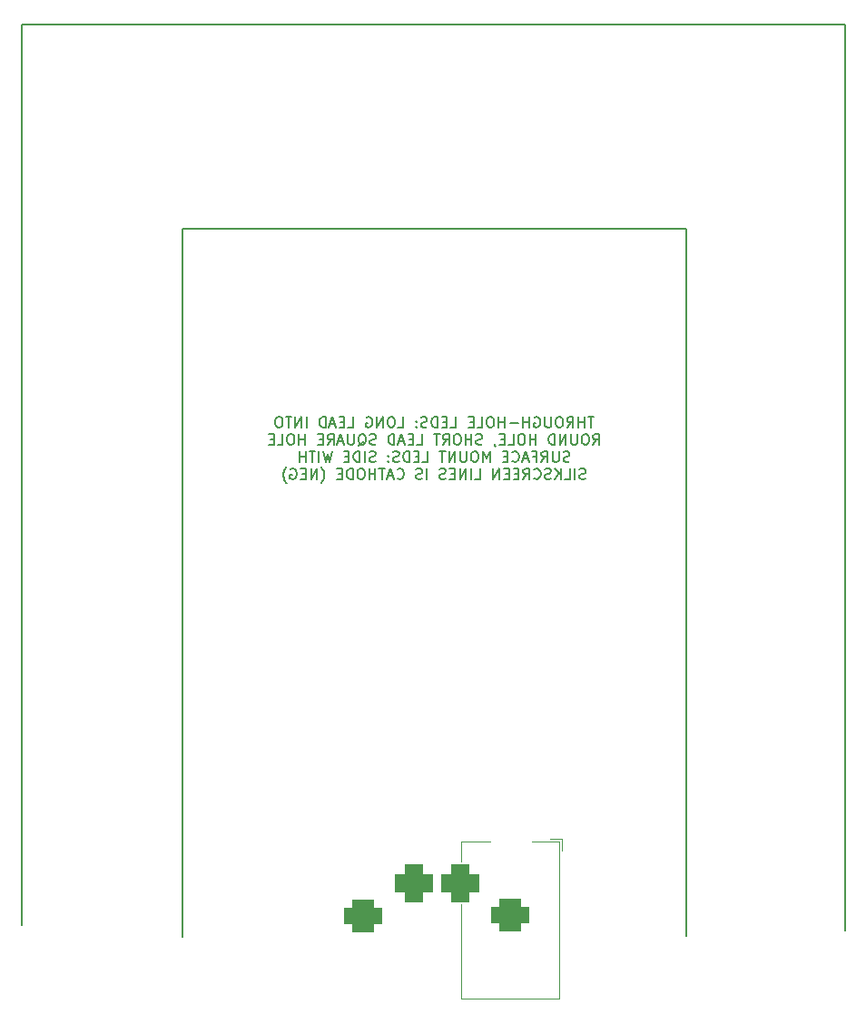
<source format=gbr>
%TF.GenerationSoftware,KiCad,Pcbnew,(6.0.11)*%
%TF.CreationDate,2023-06-08T13:50:34-05:00*%
%TF.ProjectId,LEDpanel,4c454470-616e-4656-9c2e-6b696361645f,rev?*%
%TF.SameCoordinates,Original*%
%TF.FileFunction,Legend,Bot*%
%TF.FilePolarity,Positive*%
%FSLAX46Y46*%
G04 Gerber Fmt 4.6, Leading zero omitted, Abs format (unit mm)*
G04 Created by KiCad (PCBNEW (6.0.11)) date 2023-06-08 13:50:34*
%MOMM*%
%LPD*%
G01*
G04 APERTURE LIST*
G04 Aperture macros list*
%AMRoundRect*
0 Rectangle with rounded corners*
0 $1 Rounding radius*
0 $2 $3 $4 $5 $6 $7 $8 $9 X,Y pos of 4 corners*
0 Add a 4 corners polygon primitive as box body*
4,1,4,$2,$3,$4,$5,$6,$7,$8,$9,$2,$3,0*
0 Add four circle primitives for the rounded corners*
1,1,$1+$1,$2,$3*
1,1,$1+$1,$4,$5*
1,1,$1+$1,$6,$7*
1,1,$1+$1,$8,$9*
0 Add four rect primitives between the rounded corners*
20,1,$1+$1,$2,$3,$4,$5,0*
20,1,$1+$1,$4,$5,$6,$7,0*
20,1,$1+$1,$6,$7,$8,$9,0*
20,1,$1+$1,$8,$9,$2,$3,0*%
G04 Aperture macros list end*
%ADD10C,0.150000*%
%ADD11C,0.120000*%
%ADD12R,1.800000X1.800000*%
%ADD13C,1.800000*%
%ADD14R,3.500000X3.500000*%
%ADD15RoundRect,0.750000X1.000000X-0.750000X1.000000X0.750000X-1.000000X0.750000X-1.000000X-0.750000X0*%
%ADD16RoundRect,0.875000X0.875000X-0.875000X0.875000X0.875000X-0.875000X0.875000X-0.875000X-0.875000X0*%
%ADD17C,3.200000*%
%ADD18C,4.000000*%
%ADD19R,2.600000X2.600000*%
%ADD20C,2.600000*%
%ADD21C,1.600000*%
%ADD22O,1.600000X1.600000*%
G04 APERTURE END LIST*
D10*
X114300000Y-124460000D02*
X114300000Y-40000000D01*
X37500000Y-40000000D02*
X114300000Y-40000000D01*
X37500000Y-40000000D02*
X37500000Y-123930000D01*
X99500000Y-125000000D02*
X99500000Y-59000000D01*
X52500000Y-59000000D02*
X99500000Y-59000000D01*
X52500000Y-59000000D02*
X52500000Y-125028000D01*
X90904761Y-76537380D02*
X90333333Y-76537380D01*
X90619047Y-77537380D02*
X90619047Y-76537380D01*
X90000000Y-77537380D02*
X90000000Y-76537380D01*
X90000000Y-77013571D02*
X89428571Y-77013571D01*
X89428571Y-77537380D02*
X89428571Y-76537380D01*
X88380952Y-77537380D02*
X88714285Y-77061190D01*
X88952380Y-77537380D02*
X88952380Y-76537380D01*
X88571428Y-76537380D01*
X88476190Y-76585000D01*
X88428571Y-76632619D01*
X88380952Y-76727857D01*
X88380952Y-76870714D01*
X88428571Y-76965952D01*
X88476190Y-77013571D01*
X88571428Y-77061190D01*
X88952380Y-77061190D01*
X87761904Y-76537380D02*
X87571428Y-76537380D01*
X87476190Y-76585000D01*
X87380952Y-76680238D01*
X87333333Y-76870714D01*
X87333333Y-77204047D01*
X87380952Y-77394523D01*
X87476190Y-77489761D01*
X87571428Y-77537380D01*
X87761904Y-77537380D01*
X87857142Y-77489761D01*
X87952380Y-77394523D01*
X88000000Y-77204047D01*
X88000000Y-76870714D01*
X87952380Y-76680238D01*
X87857142Y-76585000D01*
X87761904Y-76537380D01*
X86904761Y-76537380D02*
X86904761Y-77346904D01*
X86857142Y-77442142D01*
X86809523Y-77489761D01*
X86714285Y-77537380D01*
X86523809Y-77537380D01*
X86428571Y-77489761D01*
X86380952Y-77442142D01*
X86333333Y-77346904D01*
X86333333Y-76537380D01*
X85333333Y-76585000D02*
X85428571Y-76537380D01*
X85571428Y-76537380D01*
X85714285Y-76585000D01*
X85809523Y-76680238D01*
X85857142Y-76775476D01*
X85904761Y-76965952D01*
X85904761Y-77108809D01*
X85857142Y-77299285D01*
X85809523Y-77394523D01*
X85714285Y-77489761D01*
X85571428Y-77537380D01*
X85476190Y-77537380D01*
X85333333Y-77489761D01*
X85285714Y-77442142D01*
X85285714Y-77108809D01*
X85476190Y-77108809D01*
X84857142Y-77537380D02*
X84857142Y-76537380D01*
X84857142Y-77013571D02*
X84285714Y-77013571D01*
X84285714Y-77537380D02*
X84285714Y-76537380D01*
X83809523Y-77156428D02*
X83047619Y-77156428D01*
X82571428Y-77537380D02*
X82571428Y-76537380D01*
X82571428Y-77013571D02*
X82000000Y-77013571D01*
X82000000Y-77537380D02*
X82000000Y-76537380D01*
X81333333Y-76537380D02*
X81142857Y-76537380D01*
X81047619Y-76585000D01*
X80952380Y-76680238D01*
X80904761Y-76870714D01*
X80904761Y-77204047D01*
X80952380Y-77394523D01*
X81047619Y-77489761D01*
X81142857Y-77537380D01*
X81333333Y-77537380D01*
X81428571Y-77489761D01*
X81523809Y-77394523D01*
X81571428Y-77204047D01*
X81571428Y-76870714D01*
X81523809Y-76680238D01*
X81428571Y-76585000D01*
X81333333Y-76537380D01*
X80000000Y-77537380D02*
X80476190Y-77537380D01*
X80476190Y-76537380D01*
X79666666Y-77013571D02*
X79333333Y-77013571D01*
X79190476Y-77537380D02*
X79666666Y-77537380D01*
X79666666Y-76537380D01*
X79190476Y-76537380D01*
X77523809Y-77537380D02*
X78000000Y-77537380D01*
X78000000Y-76537380D01*
X77190476Y-77013571D02*
X76857142Y-77013571D01*
X76714285Y-77537380D02*
X77190476Y-77537380D01*
X77190476Y-76537380D01*
X76714285Y-76537380D01*
X76285714Y-77537380D02*
X76285714Y-76537380D01*
X76047619Y-76537380D01*
X75904761Y-76585000D01*
X75809523Y-76680238D01*
X75761904Y-76775476D01*
X75714285Y-76965952D01*
X75714285Y-77108809D01*
X75761904Y-77299285D01*
X75809523Y-77394523D01*
X75904761Y-77489761D01*
X76047619Y-77537380D01*
X76285714Y-77537380D01*
X75333333Y-77489761D02*
X75190476Y-77537380D01*
X74952380Y-77537380D01*
X74857142Y-77489761D01*
X74809523Y-77442142D01*
X74761904Y-77346904D01*
X74761904Y-77251666D01*
X74809523Y-77156428D01*
X74857142Y-77108809D01*
X74952380Y-77061190D01*
X75142857Y-77013571D01*
X75238095Y-76965952D01*
X75285714Y-76918333D01*
X75333333Y-76823095D01*
X75333333Y-76727857D01*
X75285714Y-76632619D01*
X75238095Y-76585000D01*
X75142857Y-76537380D01*
X74904761Y-76537380D01*
X74761904Y-76585000D01*
X74333333Y-77442142D02*
X74285714Y-77489761D01*
X74333333Y-77537380D01*
X74380952Y-77489761D01*
X74333333Y-77442142D01*
X74333333Y-77537380D01*
X74333333Y-76918333D02*
X74285714Y-76965952D01*
X74333333Y-77013571D01*
X74380952Y-76965952D01*
X74333333Y-76918333D01*
X74333333Y-77013571D01*
X72619047Y-77537380D02*
X73095238Y-77537380D01*
X73095238Y-76537380D01*
X72095238Y-76537380D02*
X71904761Y-76537380D01*
X71809523Y-76585000D01*
X71714285Y-76680238D01*
X71666666Y-76870714D01*
X71666666Y-77204047D01*
X71714285Y-77394523D01*
X71809523Y-77489761D01*
X71904761Y-77537380D01*
X72095238Y-77537380D01*
X72190476Y-77489761D01*
X72285714Y-77394523D01*
X72333333Y-77204047D01*
X72333333Y-76870714D01*
X72285714Y-76680238D01*
X72190476Y-76585000D01*
X72095238Y-76537380D01*
X71238095Y-77537380D02*
X71238095Y-76537380D01*
X70666666Y-77537380D01*
X70666666Y-76537380D01*
X69666666Y-76585000D02*
X69761904Y-76537380D01*
X69904761Y-76537380D01*
X70047619Y-76585000D01*
X70142857Y-76680238D01*
X70190476Y-76775476D01*
X70238095Y-76965952D01*
X70238095Y-77108809D01*
X70190476Y-77299285D01*
X70142857Y-77394523D01*
X70047619Y-77489761D01*
X69904761Y-77537380D01*
X69809523Y-77537380D01*
X69666666Y-77489761D01*
X69619047Y-77442142D01*
X69619047Y-77108809D01*
X69809523Y-77108809D01*
X67952380Y-77537380D02*
X68428571Y-77537380D01*
X68428571Y-76537380D01*
X67619047Y-77013571D02*
X67285714Y-77013571D01*
X67142857Y-77537380D02*
X67619047Y-77537380D01*
X67619047Y-76537380D01*
X67142857Y-76537380D01*
X66761904Y-77251666D02*
X66285714Y-77251666D01*
X66857142Y-77537380D02*
X66523809Y-76537380D01*
X66190476Y-77537380D01*
X65857142Y-77537380D02*
X65857142Y-76537380D01*
X65619047Y-76537380D01*
X65476190Y-76585000D01*
X65380952Y-76680238D01*
X65333333Y-76775476D01*
X65285714Y-76965952D01*
X65285714Y-77108809D01*
X65333333Y-77299285D01*
X65380952Y-77394523D01*
X65476190Y-77489761D01*
X65619047Y-77537380D01*
X65857142Y-77537380D01*
X64095238Y-77537380D02*
X64095238Y-76537380D01*
X63619047Y-77537380D02*
X63619047Y-76537380D01*
X63047619Y-77537380D01*
X63047619Y-76537380D01*
X62714285Y-76537380D02*
X62142857Y-76537380D01*
X62428571Y-77537380D02*
X62428571Y-76537380D01*
X61619047Y-76537380D02*
X61428571Y-76537380D01*
X61333333Y-76585000D01*
X61238095Y-76680238D01*
X61190476Y-76870714D01*
X61190476Y-77204047D01*
X61238095Y-77394523D01*
X61333333Y-77489761D01*
X61428571Y-77537380D01*
X61619047Y-77537380D01*
X61714285Y-77489761D01*
X61809523Y-77394523D01*
X61857142Y-77204047D01*
X61857142Y-76870714D01*
X61809523Y-76680238D01*
X61714285Y-76585000D01*
X61619047Y-76537380D01*
X90809523Y-79147380D02*
X91142857Y-78671190D01*
X91380952Y-79147380D02*
X91380952Y-78147380D01*
X91000000Y-78147380D01*
X90904761Y-78195000D01*
X90857142Y-78242619D01*
X90809523Y-78337857D01*
X90809523Y-78480714D01*
X90857142Y-78575952D01*
X90904761Y-78623571D01*
X91000000Y-78671190D01*
X91380952Y-78671190D01*
X90190476Y-78147380D02*
X90000000Y-78147380D01*
X89904761Y-78195000D01*
X89809523Y-78290238D01*
X89761904Y-78480714D01*
X89761904Y-78814047D01*
X89809523Y-79004523D01*
X89904761Y-79099761D01*
X90000000Y-79147380D01*
X90190476Y-79147380D01*
X90285714Y-79099761D01*
X90380952Y-79004523D01*
X90428571Y-78814047D01*
X90428571Y-78480714D01*
X90380952Y-78290238D01*
X90285714Y-78195000D01*
X90190476Y-78147380D01*
X89333333Y-78147380D02*
X89333333Y-78956904D01*
X89285714Y-79052142D01*
X89238095Y-79099761D01*
X89142857Y-79147380D01*
X88952380Y-79147380D01*
X88857142Y-79099761D01*
X88809523Y-79052142D01*
X88761904Y-78956904D01*
X88761904Y-78147380D01*
X88285714Y-79147380D02*
X88285714Y-78147380D01*
X87714285Y-79147380D01*
X87714285Y-78147380D01*
X87238095Y-79147380D02*
X87238095Y-78147380D01*
X87000000Y-78147380D01*
X86857142Y-78195000D01*
X86761904Y-78290238D01*
X86714285Y-78385476D01*
X86666666Y-78575952D01*
X86666666Y-78718809D01*
X86714285Y-78909285D01*
X86761904Y-79004523D01*
X86857142Y-79099761D01*
X87000000Y-79147380D01*
X87238095Y-79147380D01*
X85476190Y-79147380D02*
X85476190Y-78147380D01*
X85476190Y-78623571D02*
X84904761Y-78623571D01*
X84904761Y-79147380D02*
X84904761Y-78147380D01*
X84238095Y-78147380D02*
X84047619Y-78147380D01*
X83952380Y-78195000D01*
X83857142Y-78290238D01*
X83809523Y-78480714D01*
X83809523Y-78814047D01*
X83857142Y-79004523D01*
X83952380Y-79099761D01*
X84047619Y-79147380D01*
X84238095Y-79147380D01*
X84333333Y-79099761D01*
X84428571Y-79004523D01*
X84476190Y-78814047D01*
X84476190Y-78480714D01*
X84428571Y-78290238D01*
X84333333Y-78195000D01*
X84238095Y-78147380D01*
X82904761Y-79147380D02*
X83380952Y-79147380D01*
X83380952Y-78147380D01*
X82571428Y-78623571D02*
X82238095Y-78623571D01*
X82095238Y-79147380D02*
X82571428Y-79147380D01*
X82571428Y-78147380D01*
X82095238Y-78147380D01*
X81619047Y-79099761D02*
X81619047Y-79147380D01*
X81666666Y-79242619D01*
X81714285Y-79290238D01*
X80476190Y-79099761D02*
X80333333Y-79147380D01*
X80095238Y-79147380D01*
X80000000Y-79099761D01*
X79952380Y-79052142D01*
X79904761Y-78956904D01*
X79904761Y-78861666D01*
X79952380Y-78766428D01*
X80000000Y-78718809D01*
X80095238Y-78671190D01*
X80285714Y-78623571D01*
X80380952Y-78575952D01*
X80428571Y-78528333D01*
X80476190Y-78433095D01*
X80476190Y-78337857D01*
X80428571Y-78242619D01*
X80380952Y-78195000D01*
X80285714Y-78147380D01*
X80047619Y-78147380D01*
X79904761Y-78195000D01*
X79476190Y-79147380D02*
X79476190Y-78147380D01*
X79476190Y-78623571D02*
X78904761Y-78623571D01*
X78904761Y-79147380D02*
X78904761Y-78147380D01*
X78238095Y-78147380D02*
X78047619Y-78147380D01*
X77952380Y-78195000D01*
X77857142Y-78290238D01*
X77809523Y-78480714D01*
X77809523Y-78814047D01*
X77857142Y-79004523D01*
X77952380Y-79099761D01*
X78047619Y-79147380D01*
X78238095Y-79147380D01*
X78333333Y-79099761D01*
X78428571Y-79004523D01*
X78476190Y-78814047D01*
X78476190Y-78480714D01*
X78428571Y-78290238D01*
X78333333Y-78195000D01*
X78238095Y-78147380D01*
X76809523Y-79147380D02*
X77142857Y-78671190D01*
X77380952Y-79147380D02*
X77380952Y-78147380D01*
X77000000Y-78147380D01*
X76904761Y-78195000D01*
X76857142Y-78242619D01*
X76809523Y-78337857D01*
X76809523Y-78480714D01*
X76857142Y-78575952D01*
X76904761Y-78623571D01*
X77000000Y-78671190D01*
X77380952Y-78671190D01*
X76523809Y-78147380D02*
X75952380Y-78147380D01*
X76238095Y-79147380D02*
X76238095Y-78147380D01*
X74380952Y-79147380D02*
X74857142Y-79147380D01*
X74857142Y-78147380D01*
X74047619Y-78623571D02*
X73714285Y-78623571D01*
X73571428Y-79147380D02*
X74047619Y-79147380D01*
X74047619Y-78147380D01*
X73571428Y-78147380D01*
X73190476Y-78861666D02*
X72714285Y-78861666D01*
X73285714Y-79147380D02*
X72952380Y-78147380D01*
X72619047Y-79147380D01*
X72285714Y-79147380D02*
X72285714Y-78147380D01*
X72047619Y-78147380D01*
X71904761Y-78195000D01*
X71809523Y-78290238D01*
X71761904Y-78385476D01*
X71714285Y-78575952D01*
X71714285Y-78718809D01*
X71761904Y-78909285D01*
X71809523Y-79004523D01*
X71904761Y-79099761D01*
X72047619Y-79147380D01*
X72285714Y-79147380D01*
X70571428Y-79099761D02*
X70428571Y-79147380D01*
X70190476Y-79147380D01*
X70095238Y-79099761D01*
X70047619Y-79052142D01*
X70000000Y-78956904D01*
X70000000Y-78861666D01*
X70047619Y-78766428D01*
X70095238Y-78718809D01*
X70190476Y-78671190D01*
X70380952Y-78623571D01*
X70476190Y-78575952D01*
X70523809Y-78528333D01*
X70571428Y-78433095D01*
X70571428Y-78337857D01*
X70523809Y-78242619D01*
X70476190Y-78195000D01*
X70380952Y-78147380D01*
X70142857Y-78147380D01*
X70000000Y-78195000D01*
X68904761Y-79242619D02*
X69000000Y-79195000D01*
X69095238Y-79099761D01*
X69238095Y-78956904D01*
X69333333Y-78909285D01*
X69428571Y-78909285D01*
X69380952Y-79147380D02*
X69476190Y-79099761D01*
X69571428Y-79004523D01*
X69619047Y-78814047D01*
X69619047Y-78480714D01*
X69571428Y-78290238D01*
X69476190Y-78195000D01*
X69380952Y-78147380D01*
X69190476Y-78147380D01*
X69095238Y-78195000D01*
X69000000Y-78290238D01*
X68952380Y-78480714D01*
X68952380Y-78814047D01*
X69000000Y-79004523D01*
X69095238Y-79099761D01*
X69190476Y-79147380D01*
X69380952Y-79147380D01*
X68523809Y-78147380D02*
X68523809Y-78956904D01*
X68476190Y-79052142D01*
X68428571Y-79099761D01*
X68333333Y-79147380D01*
X68142857Y-79147380D01*
X68047619Y-79099761D01*
X68000000Y-79052142D01*
X67952380Y-78956904D01*
X67952380Y-78147380D01*
X67523809Y-78861666D02*
X67047619Y-78861666D01*
X67619047Y-79147380D02*
X67285714Y-78147380D01*
X66952380Y-79147380D01*
X66047619Y-79147380D02*
X66380952Y-78671190D01*
X66619047Y-79147380D02*
X66619047Y-78147380D01*
X66238095Y-78147380D01*
X66142857Y-78195000D01*
X66095238Y-78242619D01*
X66047619Y-78337857D01*
X66047619Y-78480714D01*
X66095238Y-78575952D01*
X66142857Y-78623571D01*
X66238095Y-78671190D01*
X66619047Y-78671190D01*
X65619047Y-78623571D02*
X65285714Y-78623571D01*
X65142857Y-79147380D02*
X65619047Y-79147380D01*
X65619047Y-78147380D01*
X65142857Y-78147380D01*
X63952380Y-79147380D02*
X63952380Y-78147380D01*
X63952380Y-78623571D02*
X63380952Y-78623571D01*
X63380952Y-79147380D02*
X63380952Y-78147380D01*
X62714285Y-78147380D02*
X62523809Y-78147380D01*
X62428571Y-78195000D01*
X62333333Y-78290238D01*
X62285714Y-78480714D01*
X62285714Y-78814047D01*
X62333333Y-79004523D01*
X62428571Y-79099761D01*
X62523809Y-79147380D01*
X62714285Y-79147380D01*
X62809523Y-79099761D01*
X62904761Y-79004523D01*
X62952380Y-78814047D01*
X62952380Y-78480714D01*
X62904761Y-78290238D01*
X62809523Y-78195000D01*
X62714285Y-78147380D01*
X61380952Y-79147380D02*
X61857142Y-79147380D01*
X61857142Y-78147380D01*
X61047619Y-78623571D02*
X60714285Y-78623571D01*
X60571428Y-79147380D02*
X61047619Y-79147380D01*
X61047619Y-78147380D01*
X60571428Y-78147380D01*
X88619047Y-80709761D02*
X88476190Y-80757380D01*
X88238095Y-80757380D01*
X88142857Y-80709761D01*
X88095238Y-80662142D01*
X88047619Y-80566904D01*
X88047619Y-80471666D01*
X88095238Y-80376428D01*
X88142857Y-80328809D01*
X88238095Y-80281190D01*
X88428571Y-80233571D01*
X88523809Y-80185952D01*
X88571428Y-80138333D01*
X88619047Y-80043095D01*
X88619047Y-79947857D01*
X88571428Y-79852619D01*
X88523809Y-79805000D01*
X88428571Y-79757380D01*
X88190476Y-79757380D01*
X88047619Y-79805000D01*
X87619047Y-79757380D02*
X87619047Y-80566904D01*
X87571428Y-80662142D01*
X87523809Y-80709761D01*
X87428571Y-80757380D01*
X87238095Y-80757380D01*
X87142857Y-80709761D01*
X87095238Y-80662142D01*
X87047619Y-80566904D01*
X87047619Y-79757380D01*
X86000000Y-80757380D02*
X86333333Y-80281190D01*
X86571428Y-80757380D02*
X86571428Y-79757380D01*
X86190476Y-79757380D01*
X86095238Y-79805000D01*
X86047619Y-79852619D01*
X86000000Y-79947857D01*
X86000000Y-80090714D01*
X86047619Y-80185952D01*
X86095238Y-80233571D01*
X86190476Y-80281190D01*
X86571428Y-80281190D01*
X85238095Y-80233571D02*
X85571428Y-80233571D01*
X85571428Y-80757380D02*
X85571428Y-79757380D01*
X85095238Y-79757380D01*
X84761904Y-80471666D02*
X84285714Y-80471666D01*
X84857142Y-80757380D02*
X84523809Y-79757380D01*
X84190476Y-80757380D01*
X83285714Y-80662142D02*
X83333333Y-80709761D01*
X83476190Y-80757380D01*
X83571428Y-80757380D01*
X83714285Y-80709761D01*
X83809523Y-80614523D01*
X83857142Y-80519285D01*
X83904761Y-80328809D01*
X83904761Y-80185952D01*
X83857142Y-79995476D01*
X83809523Y-79900238D01*
X83714285Y-79805000D01*
X83571428Y-79757380D01*
X83476190Y-79757380D01*
X83333333Y-79805000D01*
X83285714Y-79852619D01*
X82857142Y-80233571D02*
X82523809Y-80233571D01*
X82380952Y-80757380D02*
X82857142Y-80757380D01*
X82857142Y-79757380D01*
X82380952Y-79757380D01*
X81190476Y-80757380D02*
X81190476Y-79757380D01*
X80857142Y-80471666D01*
X80523809Y-79757380D01*
X80523809Y-80757380D01*
X79857142Y-79757380D02*
X79666666Y-79757380D01*
X79571428Y-79805000D01*
X79476190Y-79900238D01*
X79428571Y-80090714D01*
X79428571Y-80424047D01*
X79476190Y-80614523D01*
X79571428Y-80709761D01*
X79666666Y-80757380D01*
X79857142Y-80757380D01*
X79952380Y-80709761D01*
X80047619Y-80614523D01*
X80095238Y-80424047D01*
X80095238Y-80090714D01*
X80047619Y-79900238D01*
X79952380Y-79805000D01*
X79857142Y-79757380D01*
X79000000Y-79757380D02*
X79000000Y-80566904D01*
X78952380Y-80662142D01*
X78904761Y-80709761D01*
X78809523Y-80757380D01*
X78619047Y-80757380D01*
X78523809Y-80709761D01*
X78476190Y-80662142D01*
X78428571Y-80566904D01*
X78428571Y-79757380D01*
X77952380Y-80757380D02*
X77952380Y-79757380D01*
X77380952Y-80757380D01*
X77380952Y-79757380D01*
X77047619Y-79757380D02*
X76476190Y-79757380D01*
X76761904Y-80757380D02*
X76761904Y-79757380D01*
X74904761Y-80757380D02*
X75380952Y-80757380D01*
X75380952Y-79757380D01*
X74571428Y-80233571D02*
X74238095Y-80233571D01*
X74095238Y-80757380D02*
X74571428Y-80757380D01*
X74571428Y-79757380D01*
X74095238Y-79757380D01*
X73666666Y-80757380D02*
X73666666Y-79757380D01*
X73428571Y-79757380D01*
X73285714Y-79805000D01*
X73190476Y-79900238D01*
X73142857Y-79995476D01*
X73095238Y-80185952D01*
X73095238Y-80328809D01*
X73142857Y-80519285D01*
X73190476Y-80614523D01*
X73285714Y-80709761D01*
X73428571Y-80757380D01*
X73666666Y-80757380D01*
X72714285Y-80709761D02*
X72571428Y-80757380D01*
X72333333Y-80757380D01*
X72238095Y-80709761D01*
X72190476Y-80662142D01*
X72142857Y-80566904D01*
X72142857Y-80471666D01*
X72190476Y-80376428D01*
X72238095Y-80328809D01*
X72333333Y-80281190D01*
X72523809Y-80233571D01*
X72619047Y-80185952D01*
X72666666Y-80138333D01*
X72714285Y-80043095D01*
X72714285Y-79947857D01*
X72666666Y-79852619D01*
X72619047Y-79805000D01*
X72523809Y-79757380D01*
X72285714Y-79757380D01*
X72142857Y-79805000D01*
X71714285Y-80662142D02*
X71666666Y-80709761D01*
X71714285Y-80757380D01*
X71761904Y-80709761D01*
X71714285Y-80662142D01*
X71714285Y-80757380D01*
X71714285Y-80138333D02*
X71666666Y-80185952D01*
X71714285Y-80233571D01*
X71761904Y-80185952D01*
X71714285Y-80138333D01*
X71714285Y-80233571D01*
X70523809Y-80709761D02*
X70380952Y-80757380D01*
X70142857Y-80757380D01*
X70047619Y-80709761D01*
X70000000Y-80662142D01*
X69952380Y-80566904D01*
X69952380Y-80471666D01*
X70000000Y-80376428D01*
X70047619Y-80328809D01*
X70142857Y-80281190D01*
X70333333Y-80233571D01*
X70428571Y-80185952D01*
X70476190Y-80138333D01*
X70523809Y-80043095D01*
X70523809Y-79947857D01*
X70476190Y-79852619D01*
X70428571Y-79805000D01*
X70333333Y-79757380D01*
X70095238Y-79757380D01*
X69952380Y-79805000D01*
X69523809Y-80757380D02*
X69523809Y-79757380D01*
X69047619Y-80757380D02*
X69047619Y-79757380D01*
X68809523Y-79757380D01*
X68666666Y-79805000D01*
X68571428Y-79900238D01*
X68523809Y-79995476D01*
X68476190Y-80185952D01*
X68476190Y-80328809D01*
X68523809Y-80519285D01*
X68571428Y-80614523D01*
X68666666Y-80709761D01*
X68809523Y-80757380D01*
X69047619Y-80757380D01*
X68047619Y-80233571D02*
X67714285Y-80233571D01*
X67571428Y-80757380D02*
X68047619Y-80757380D01*
X68047619Y-79757380D01*
X67571428Y-79757380D01*
X66476190Y-79757380D02*
X66238095Y-80757380D01*
X66047619Y-80043095D01*
X65857142Y-80757380D01*
X65619047Y-79757380D01*
X65238095Y-80757380D02*
X65238095Y-79757380D01*
X64904761Y-79757380D02*
X64333333Y-79757380D01*
X64619047Y-80757380D02*
X64619047Y-79757380D01*
X64000000Y-80757380D02*
X64000000Y-79757380D01*
X64000000Y-80233571D02*
X63428571Y-80233571D01*
X63428571Y-80757380D02*
X63428571Y-79757380D01*
X90119047Y-82319761D02*
X89976190Y-82367380D01*
X89738095Y-82367380D01*
X89642857Y-82319761D01*
X89595238Y-82272142D01*
X89547619Y-82176904D01*
X89547619Y-82081666D01*
X89595238Y-81986428D01*
X89642857Y-81938809D01*
X89738095Y-81891190D01*
X89928571Y-81843571D01*
X90023809Y-81795952D01*
X90071428Y-81748333D01*
X90119047Y-81653095D01*
X90119047Y-81557857D01*
X90071428Y-81462619D01*
X90023809Y-81415000D01*
X89928571Y-81367380D01*
X89690476Y-81367380D01*
X89547619Y-81415000D01*
X89119047Y-82367380D02*
X89119047Y-81367380D01*
X88166666Y-82367380D02*
X88642857Y-82367380D01*
X88642857Y-81367380D01*
X87833333Y-82367380D02*
X87833333Y-81367380D01*
X87261904Y-82367380D02*
X87690476Y-81795952D01*
X87261904Y-81367380D02*
X87833333Y-81938809D01*
X86880952Y-82319761D02*
X86738095Y-82367380D01*
X86500000Y-82367380D01*
X86404761Y-82319761D01*
X86357142Y-82272142D01*
X86309523Y-82176904D01*
X86309523Y-82081666D01*
X86357142Y-81986428D01*
X86404761Y-81938809D01*
X86500000Y-81891190D01*
X86690476Y-81843571D01*
X86785714Y-81795952D01*
X86833333Y-81748333D01*
X86880952Y-81653095D01*
X86880952Y-81557857D01*
X86833333Y-81462619D01*
X86785714Y-81415000D01*
X86690476Y-81367380D01*
X86452380Y-81367380D01*
X86309523Y-81415000D01*
X85309523Y-82272142D02*
X85357142Y-82319761D01*
X85500000Y-82367380D01*
X85595238Y-82367380D01*
X85738095Y-82319761D01*
X85833333Y-82224523D01*
X85880952Y-82129285D01*
X85928571Y-81938809D01*
X85928571Y-81795952D01*
X85880952Y-81605476D01*
X85833333Y-81510238D01*
X85738095Y-81415000D01*
X85595238Y-81367380D01*
X85500000Y-81367380D01*
X85357142Y-81415000D01*
X85309523Y-81462619D01*
X84309523Y-82367380D02*
X84642857Y-81891190D01*
X84880952Y-82367380D02*
X84880952Y-81367380D01*
X84500000Y-81367380D01*
X84404761Y-81415000D01*
X84357142Y-81462619D01*
X84309523Y-81557857D01*
X84309523Y-81700714D01*
X84357142Y-81795952D01*
X84404761Y-81843571D01*
X84500000Y-81891190D01*
X84880952Y-81891190D01*
X83880952Y-81843571D02*
X83547619Y-81843571D01*
X83404761Y-82367380D02*
X83880952Y-82367380D01*
X83880952Y-81367380D01*
X83404761Y-81367380D01*
X82976190Y-81843571D02*
X82642857Y-81843571D01*
X82500000Y-82367380D02*
X82976190Y-82367380D01*
X82976190Y-81367380D01*
X82500000Y-81367380D01*
X82071428Y-82367380D02*
X82071428Y-81367380D01*
X81500000Y-82367380D01*
X81500000Y-81367380D01*
X79785714Y-82367380D02*
X80261904Y-82367380D01*
X80261904Y-81367380D01*
X79452380Y-82367380D02*
X79452380Y-81367380D01*
X78976190Y-82367380D02*
X78976190Y-81367380D01*
X78404761Y-82367380D01*
X78404761Y-81367380D01*
X77928571Y-81843571D02*
X77595238Y-81843571D01*
X77452380Y-82367380D02*
X77928571Y-82367380D01*
X77928571Y-81367380D01*
X77452380Y-81367380D01*
X77071428Y-82319761D02*
X76928571Y-82367380D01*
X76690476Y-82367380D01*
X76595238Y-82319761D01*
X76547619Y-82272142D01*
X76500000Y-82176904D01*
X76500000Y-82081666D01*
X76547619Y-81986428D01*
X76595238Y-81938809D01*
X76690476Y-81891190D01*
X76880952Y-81843571D01*
X76976190Y-81795952D01*
X77023809Y-81748333D01*
X77071428Y-81653095D01*
X77071428Y-81557857D01*
X77023809Y-81462619D01*
X76976190Y-81415000D01*
X76880952Y-81367380D01*
X76642857Y-81367380D01*
X76500000Y-81415000D01*
X75309523Y-82367380D02*
X75309523Y-81367380D01*
X74880952Y-82319761D02*
X74738095Y-82367380D01*
X74500000Y-82367380D01*
X74404761Y-82319761D01*
X74357142Y-82272142D01*
X74309523Y-82176904D01*
X74309523Y-82081666D01*
X74357142Y-81986428D01*
X74404761Y-81938809D01*
X74500000Y-81891190D01*
X74690476Y-81843571D01*
X74785714Y-81795952D01*
X74833333Y-81748333D01*
X74880952Y-81653095D01*
X74880952Y-81557857D01*
X74833333Y-81462619D01*
X74785714Y-81415000D01*
X74690476Y-81367380D01*
X74452380Y-81367380D01*
X74309523Y-81415000D01*
X72547619Y-82272142D02*
X72595238Y-82319761D01*
X72738095Y-82367380D01*
X72833333Y-82367380D01*
X72976190Y-82319761D01*
X73071428Y-82224523D01*
X73119047Y-82129285D01*
X73166666Y-81938809D01*
X73166666Y-81795952D01*
X73119047Y-81605476D01*
X73071428Y-81510238D01*
X72976190Y-81415000D01*
X72833333Y-81367380D01*
X72738095Y-81367380D01*
X72595238Y-81415000D01*
X72547619Y-81462619D01*
X72166666Y-82081666D02*
X71690476Y-82081666D01*
X72261904Y-82367380D02*
X71928571Y-81367380D01*
X71595238Y-82367380D01*
X71404761Y-81367380D02*
X70833333Y-81367380D01*
X71119047Y-82367380D02*
X71119047Y-81367380D01*
X70500000Y-82367380D02*
X70500000Y-81367380D01*
X70500000Y-81843571D02*
X69928571Y-81843571D01*
X69928571Y-82367380D02*
X69928571Y-81367380D01*
X69261904Y-81367380D02*
X69071428Y-81367380D01*
X68976190Y-81415000D01*
X68880952Y-81510238D01*
X68833333Y-81700714D01*
X68833333Y-82034047D01*
X68880952Y-82224523D01*
X68976190Y-82319761D01*
X69071428Y-82367380D01*
X69261904Y-82367380D01*
X69357142Y-82319761D01*
X69452380Y-82224523D01*
X69500000Y-82034047D01*
X69500000Y-81700714D01*
X69452380Y-81510238D01*
X69357142Y-81415000D01*
X69261904Y-81367380D01*
X68404761Y-82367380D02*
X68404761Y-81367380D01*
X68166666Y-81367380D01*
X68023809Y-81415000D01*
X67928571Y-81510238D01*
X67880952Y-81605476D01*
X67833333Y-81795952D01*
X67833333Y-81938809D01*
X67880952Y-82129285D01*
X67928571Y-82224523D01*
X68023809Y-82319761D01*
X68166666Y-82367380D01*
X68404761Y-82367380D01*
X67404761Y-81843571D02*
X67071428Y-81843571D01*
X66928571Y-82367380D02*
X67404761Y-82367380D01*
X67404761Y-81367380D01*
X66928571Y-81367380D01*
X65452380Y-82748333D02*
X65500000Y-82700714D01*
X65595238Y-82557857D01*
X65642857Y-82462619D01*
X65690476Y-82319761D01*
X65738095Y-82081666D01*
X65738095Y-81891190D01*
X65690476Y-81653095D01*
X65642857Y-81510238D01*
X65595238Y-81415000D01*
X65500000Y-81272142D01*
X65452380Y-81224523D01*
X65071428Y-82367380D02*
X65071428Y-81367380D01*
X64500000Y-82367380D01*
X64500000Y-81367380D01*
X64023809Y-81843571D02*
X63690476Y-81843571D01*
X63547619Y-82367380D02*
X64023809Y-82367380D01*
X64023809Y-81367380D01*
X63547619Y-81367380D01*
X62595238Y-81415000D02*
X62690476Y-81367380D01*
X62833333Y-81367380D01*
X62976190Y-81415000D01*
X63071428Y-81510238D01*
X63119047Y-81605476D01*
X63166666Y-81795952D01*
X63166666Y-81938809D01*
X63119047Y-82129285D01*
X63071428Y-82224523D01*
X62976190Y-82319761D01*
X62833333Y-82367380D01*
X62738095Y-82367380D01*
X62595238Y-82319761D01*
X62547619Y-82272142D01*
X62547619Y-81938809D01*
X62738095Y-81938809D01*
X62214285Y-82748333D02*
X62166666Y-82700714D01*
X62071428Y-82557857D01*
X62023809Y-82462619D01*
X61976190Y-82319761D01*
X61928571Y-82081666D01*
X61928571Y-81891190D01*
X61976190Y-81653095D01*
X62023809Y-81510238D01*
X62071428Y-81415000D01*
X62166666Y-81272142D01*
X62214285Y-81224523D01*
D11*
%TO.C,J2*%
X87890000Y-116993200D02*
X87890000Y-115943200D01*
X87690000Y-130843200D02*
X87690000Y-116143200D01*
X78490000Y-130843200D02*
X87690000Y-130843200D01*
X78490000Y-116143200D02*
X78490000Y-118043200D01*
X81190000Y-116143200D02*
X78490000Y-116143200D01*
X78490000Y-122043200D02*
X78490000Y-130843200D01*
X87690000Y-116143200D02*
X85090000Y-116143200D01*
X86840000Y-115943200D02*
X87890000Y-115943200D01*
%TD*%
%LPC*%
D12*
%TO.C,D18*%
X54200000Y-31200000D03*
D13*
X54200000Y-28660000D03*
%TD*%
D14*
%TO.C,J1*%
X69374000Y-117094000D03*
D15*
X69374000Y-123094000D03*
D16*
X74074000Y-120094000D03*
%TD*%
D12*
%TO.C,D3*%
X122200000Y-101200000D03*
D13*
X119660000Y-101200000D03*
%TD*%
D17*
%TO.C,H2*%
X87500000Y-70000000D03*
%TD*%
D12*
%TO.C,D9*%
X108336000Y-93384000D03*
D13*
X105796000Y-93384000D03*
%TD*%
D12*
%TO.C,D45*%
X66224500Y-91827000D03*
D13*
X66224500Y-89287000D03*
%TD*%
D18*
%TO.C,H11*%
X30000000Y-120000000D03*
%TD*%
D12*
%TO.C,D39*%
X46860000Y-101110000D03*
D13*
X44320000Y-101110000D03*
%TD*%
D19*
%TO.C,J3*%
X56166000Y-122428000D03*
D20*
X61246000Y-122428000D03*
%TD*%
D12*
%TO.C,D36*%
X105941000Y-72898000D03*
D13*
X108481000Y-72898000D03*
%TD*%
D18*
%TO.C,H12*%
X44000000Y-109000000D03*
%TD*%
D12*
%TO.C,D33*%
X28885000Y-109425000D03*
D13*
X31425000Y-109425000D03*
%TD*%
D21*
%TO.C,R9*%
X59468000Y-101600000D03*
D22*
X59468000Y-93980000D03*
%TD*%
D21*
%TO.C,R10*%
X75978000Y-103124000D03*
D22*
X75978000Y-95504000D03*
%TD*%
D21*
%TO.C,R12*%
X49900000Y-106800000D03*
D22*
X49900000Y-114420000D03*
%TD*%
D17*
%TO.C,H3*%
X58000000Y-106330000D03*
%TD*%
D18*
%TO.C,H1*%
X105000000Y-48000000D03*
%TD*%
D17*
%TO.C,H10*%
X94500000Y-106500000D03*
%TD*%
D12*
%TO.C,D27*%
X87000000Y-62230000D03*
D13*
X87000000Y-64770000D03*
%TD*%
D18*
%TO.C,H9*%
X44000000Y-48000000D03*
%TD*%
D12*
%TO.C,D6*%
X46500000Y-65500000D03*
D13*
X43960000Y-65500000D03*
%TD*%
D12*
%TO.C,D12*%
X59722000Y-82042000D03*
D13*
X57182000Y-82042000D03*
%TD*%
D12*
%TO.C,D15*%
X86138000Y-92770000D03*
D13*
X86138000Y-95310000D03*
%TD*%
D21*
%TO.C,R6*%
X111400000Y-114300000D03*
D22*
X111400000Y-106680000D03*
%TD*%
D12*
%TO.C,D51*%
X96908000Y-31665000D03*
D13*
X96908000Y-29125000D03*
%TD*%
D18*
%TO.C,H4*%
X30000000Y-30000000D03*
%TD*%
D12*
%TO.C,D21*%
X64262000Y-48260000D03*
D13*
X64262000Y-50800000D03*
%TD*%
D18*
%TO.C,H7*%
X105000000Y-109000000D03*
%TD*%
D12*
%TO.C,D54*%
X121862000Y-66664500D03*
D13*
X119322000Y-66664500D03*
%TD*%
D12*
%TO.C,D42*%
X93250000Y-80860000D03*
D13*
X95790000Y-80860000D03*
%TD*%
D19*
%TO.C,SW1*%
X90964000Y-122174000D03*
D20*
X96044000Y-122174000D03*
%TD*%
D12*
%TO.C,D30*%
X69000000Y-62500000D03*
D13*
X69000000Y-65040000D03*
%TD*%
D18*
%TO.C,H5*%
X120000000Y-120000000D03*
%TD*%
D21*
%TO.C,R7*%
X72422000Y-104140000D03*
D22*
X64802000Y-104140000D03*
%TD*%
D21*
%TO.C,R8*%
X76486000Y-113792000D03*
D22*
X76486000Y-106172000D03*
%TD*%
D18*
%TO.C,H6*%
X121000000Y-30000000D03*
%TD*%
D12*
%TO.C,D48*%
X29450000Y-62050000D03*
D13*
X31990000Y-62050000D03*
%TD*%
D17*
%TO.C,H8*%
X65000000Y-70000000D03*
%TD*%
D12*
%TO.C,D24*%
X87884000Y-50800000D03*
D13*
X87884000Y-48260000D03*
%TD*%
D14*
%TO.C,J2*%
X83090000Y-117043200D03*
D15*
X83090000Y-123043200D03*
D16*
X78390000Y-120043200D03*
%TD*%
M02*

</source>
